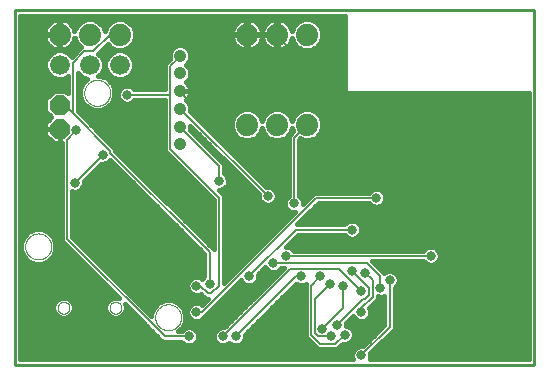
<source format=gbl>
G75*
%MOIN*%
%OFA0B0*%
%FSLAX25Y25*%
%IPPOS*%
%LPD*%
%AMOC8*
5,1,8,0,0,1.08239X$1,22.5*
%
%ADD10C,0.01000*%
%ADD11C,0.00000*%
%ADD12C,0.04134*%
%ADD13C,0.07400*%
%ADD14OC8,0.06600*%
%ADD15C,0.01600*%
%ADD16C,0.00800*%
%ADD17C,0.03200*%
%ADD18C,0.00600*%
%ADD19C,0.06600*%
D10*
X0001800Y0020396D02*
X0175028Y0020396D01*
X0175028Y0138506D01*
X0001800Y0138506D01*
X0001800Y0020396D01*
D11*
X0016170Y0039333D02*
X0016172Y0039421D01*
X0016178Y0039509D01*
X0016188Y0039597D01*
X0016202Y0039685D01*
X0016219Y0039771D01*
X0016241Y0039857D01*
X0016266Y0039941D01*
X0016296Y0040025D01*
X0016328Y0040107D01*
X0016365Y0040187D01*
X0016405Y0040266D01*
X0016449Y0040343D01*
X0016496Y0040418D01*
X0016546Y0040490D01*
X0016600Y0040561D01*
X0016656Y0040628D01*
X0016716Y0040694D01*
X0016778Y0040756D01*
X0016844Y0040816D01*
X0016911Y0040872D01*
X0016982Y0040926D01*
X0017054Y0040976D01*
X0017129Y0041023D01*
X0017206Y0041067D01*
X0017285Y0041107D01*
X0017365Y0041144D01*
X0017447Y0041176D01*
X0017531Y0041206D01*
X0017615Y0041231D01*
X0017701Y0041253D01*
X0017787Y0041270D01*
X0017875Y0041284D01*
X0017963Y0041294D01*
X0018051Y0041300D01*
X0018139Y0041302D01*
X0018227Y0041300D01*
X0018315Y0041294D01*
X0018403Y0041284D01*
X0018491Y0041270D01*
X0018577Y0041253D01*
X0018663Y0041231D01*
X0018747Y0041206D01*
X0018831Y0041176D01*
X0018913Y0041144D01*
X0018993Y0041107D01*
X0019072Y0041067D01*
X0019149Y0041023D01*
X0019224Y0040976D01*
X0019296Y0040926D01*
X0019367Y0040872D01*
X0019434Y0040816D01*
X0019500Y0040756D01*
X0019562Y0040694D01*
X0019622Y0040628D01*
X0019678Y0040561D01*
X0019732Y0040490D01*
X0019782Y0040418D01*
X0019829Y0040343D01*
X0019873Y0040266D01*
X0019913Y0040187D01*
X0019950Y0040107D01*
X0019982Y0040025D01*
X0020012Y0039941D01*
X0020037Y0039857D01*
X0020059Y0039771D01*
X0020076Y0039685D01*
X0020090Y0039597D01*
X0020100Y0039509D01*
X0020106Y0039421D01*
X0020108Y0039333D01*
X0020106Y0039245D01*
X0020100Y0039157D01*
X0020090Y0039069D01*
X0020076Y0038981D01*
X0020059Y0038895D01*
X0020037Y0038809D01*
X0020012Y0038725D01*
X0019982Y0038641D01*
X0019950Y0038559D01*
X0019913Y0038479D01*
X0019873Y0038400D01*
X0019829Y0038323D01*
X0019782Y0038248D01*
X0019732Y0038176D01*
X0019678Y0038105D01*
X0019622Y0038038D01*
X0019562Y0037972D01*
X0019500Y0037910D01*
X0019434Y0037850D01*
X0019367Y0037794D01*
X0019296Y0037740D01*
X0019224Y0037690D01*
X0019149Y0037643D01*
X0019072Y0037599D01*
X0018993Y0037559D01*
X0018913Y0037522D01*
X0018831Y0037490D01*
X0018747Y0037460D01*
X0018663Y0037435D01*
X0018577Y0037413D01*
X0018491Y0037396D01*
X0018403Y0037382D01*
X0018315Y0037372D01*
X0018227Y0037366D01*
X0018139Y0037364D01*
X0018051Y0037366D01*
X0017963Y0037372D01*
X0017875Y0037382D01*
X0017787Y0037396D01*
X0017701Y0037413D01*
X0017615Y0037435D01*
X0017531Y0037460D01*
X0017447Y0037490D01*
X0017365Y0037522D01*
X0017285Y0037559D01*
X0017206Y0037599D01*
X0017129Y0037643D01*
X0017054Y0037690D01*
X0016982Y0037740D01*
X0016911Y0037794D01*
X0016844Y0037850D01*
X0016778Y0037910D01*
X0016716Y0037972D01*
X0016656Y0038038D01*
X0016600Y0038105D01*
X0016546Y0038176D01*
X0016496Y0038248D01*
X0016449Y0038323D01*
X0016405Y0038400D01*
X0016365Y0038479D01*
X0016328Y0038559D01*
X0016296Y0038641D01*
X0016266Y0038725D01*
X0016241Y0038809D01*
X0016219Y0038895D01*
X0016202Y0038981D01*
X0016188Y0039069D01*
X0016178Y0039157D01*
X0016172Y0039245D01*
X0016170Y0039333D01*
X0033492Y0039333D02*
X0033494Y0039421D01*
X0033500Y0039509D01*
X0033510Y0039597D01*
X0033524Y0039685D01*
X0033541Y0039771D01*
X0033563Y0039857D01*
X0033588Y0039941D01*
X0033618Y0040025D01*
X0033650Y0040107D01*
X0033687Y0040187D01*
X0033727Y0040266D01*
X0033771Y0040343D01*
X0033818Y0040418D01*
X0033868Y0040490D01*
X0033922Y0040561D01*
X0033978Y0040628D01*
X0034038Y0040694D01*
X0034100Y0040756D01*
X0034166Y0040816D01*
X0034233Y0040872D01*
X0034304Y0040926D01*
X0034376Y0040976D01*
X0034451Y0041023D01*
X0034528Y0041067D01*
X0034607Y0041107D01*
X0034687Y0041144D01*
X0034769Y0041176D01*
X0034853Y0041206D01*
X0034937Y0041231D01*
X0035023Y0041253D01*
X0035109Y0041270D01*
X0035197Y0041284D01*
X0035285Y0041294D01*
X0035373Y0041300D01*
X0035461Y0041302D01*
X0035549Y0041300D01*
X0035637Y0041294D01*
X0035725Y0041284D01*
X0035813Y0041270D01*
X0035899Y0041253D01*
X0035985Y0041231D01*
X0036069Y0041206D01*
X0036153Y0041176D01*
X0036235Y0041144D01*
X0036315Y0041107D01*
X0036394Y0041067D01*
X0036471Y0041023D01*
X0036546Y0040976D01*
X0036618Y0040926D01*
X0036689Y0040872D01*
X0036756Y0040816D01*
X0036822Y0040756D01*
X0036884Y0040694D01*
X0036944Y0040628D01*
X0037000Y0040561D01*
X0037054Y0040490D01*
X0037104Y0040418D01*
X0037151Y0040343D01*
X0037195Y0040266D01*
X0037235Y0040187D01*
X0037272Y0040107D01*
X0037304Y0040025D01*
X0037334Y0039941D01*
X0037359Y0039857D01*
X0037381Y0039771D01*
X0037398Y0039685D01*
X0037412Y0039597D01*
X0037422Y0039509D01*
X0037428Y0039421D01*
X0037430Y0039333D01*
X0037428Y0039245D01*
X0037422Y0039157D01*
X0037412Y0039069D01*
X0037398Y0038981D01*
X0037381Y0038895D01*
X0037359Y0038809D01*
X0037334Y0038725D01*
X0037304Y0038641D01*
X0037272Y0038559D01*
X0037235Y0038479D01*
X0037195Y0038400D01*
X0037151Y0038323D01*
X0037104Y0038248D01*
X0037054Y0038176D01*
X0037000Y0038105D01*
X0036944Y0038038D01*
X0036884Y0037972D01*
X0036822Y0037910D01*
X0036756Y0037850D01*
X0036689Y0037794D01*
X0036618Y0037740D01*
X0036546Y0037690D01*
X0036471Y0037643D01*
X0036394Y0037599D01*
X0036315Y0037559D01*
X0036235Y0037522D01*
X0036153Y0037490D01*
X0036069Y0037460D01*
X0035985Y0037435D01*
X0035899Y0037413D01*
X0035813Y0037396D01*
X0035725Y0037382D01*
X0035637Y0037372D01*
X0035549Y0037366D01*
X0035461Y0037364D01*
X0035373Y0037366D01*
X0035285Y0037372D01*
X0035197Y0037382D01*
X0035109Y0037396D01*
X0035023Y0037413D01*
X0034937Y0037435D01*
X0034853Y0037460D01*
X0034769Y0037490D01*
X0034687Y0037522D01*
X0034607Y0037559D01*
X0034528Y0037599D01*
X0034451Y0037643D01*
X0034376Y0037690D01*
X0034304Y0037740D01*
X0034233Y0037794D01*
X0034166Y0037850D01*
X0034100Y0037910D01*
X0034038Y0037972D01*
X0033978Y0038038D01*
X0033922Y0038105D01*
X0033868Y0038176D01*
X0033818Y0038248D01*
X0033771Y0038323D01*
X0033727Y0038400D01*
X0033687Y0038479D01*
X0033650Y0038559D01*
X0033618Y0038641D01*
X0033588Y0038725D01*
X0033563Y0038809D01*
X0033541Y0038895D01*
X0033524Y0038981D01*
X0033510Y0039069D01*
X0033500Y0039157D01*
X0033494Y0039245D01*
X0033492Y0039333D01*
X0048650Y0036144D02*
X0048652Y0036275D01*
X0048658Y0036407D01*
X0048668Y0036538D01*
X0048682Y0036669D01*
X0048700Y0036799D01*
X0048722Y0036928D01*
X0048747Y0037057D01*
X0048777Y0037185D01*
X0048811Y0037312D01*
X0048848Y0037439D01*
X0048889Y0037563D01*
X0048934Y0037687D01*
X0048983Y0037809D01*
X0049035Y0037930D01*
X0049091Y0038048D01*
X0049151Y0038166D01*
X0049214Y0038281D01*
X0049281Y0038394D01*
X0049351Y0038506D01*
X0049424Y0038615D01*
X0049500Y0038721D01*
X0049580Y0038826D01*
X0049663Y0038928D01*
X0049749Y0039027D01*
X0049838Y0039124D01*
X0049930Y0039218D01*
X0050025Y0039309D01*
X0050122Y0039398D01*
X0050222Y0039483D01*
X0050325Y0039565D01*
X0050430Y0039644D01*
X0050537Y0039720D01*
X0050647Y0039792D01*
X0050759Y0039861D01*
X0050873Y0039927D01*
X0050988Y0039989D01*
X0051106Y0040048D01*
X0051225Y0040103D01*
X0051346Y0040155D01*
X0051469Y0040202D01*
X0051593Y0040246D01*
X0051718Y0040287D01*
X0051844Y0040323D01*
X0051972Y0040356D01*
X0052100Y0040384D01*
X0052229Y0040409D01*
X0052359Y0040430D01*
X0052489Y0040447D01*
X0052620Y0040460D01*
X0052751Y0040469D01*
X0052882Y0040474D01*
X0053014Y0040475D01*
X0053145Y0040472D01*
X0053277Y0040465D01*
X0053408Y0040454D01*
X0053538Y0040439D01*
X0053668Y0040420D01*
X0053798Y0040397D01*
X0053926Y0040371D01*
X0054054Y0040340D01*
X0054181Y0040305D01*
X0054307Y0040267D01*
X0054431Y0040225D01*
X0054555Y0040179D01*
X0054676Y0040129D01*
X0054796Y0040076D01*
X0054915Y0040019D01*
X0055032Y0039959D01*
X0055146Y0039895D01*
X0055259Y0039827D01*
X0055370Y0039756D01*
X0055479Y0039682D01*
X0055585Y0039605D01*
X0055689Y0039524D01*
X0055790Y0039441D01*
X0055889Y0039354D01*
X0055985Y0039264D01*
X0056078Y0039171D01*
X0056169Y0039076D01*
X0056256Y0038978D01*
X0056341Y0038877D01*
X0056422Y0038774D01*
X0056500Y0038668D01*
X0056575Y0038560D01*
X0056647Y0038450D01*
X0056715Y0038338D01*
X0056780Y0038224D01*
X0056841Y0038107D01*
X0056899Y0037989D01*
X0056953Y0037869D01*
X0057004Y0037748D01*
X0057051Y0037625D01*
X0057094Y0037501D01*
X0057133Y0037376D01*
X0057169Y0037249D01*
X0057200Y0037121D01*
X0057228Y0036993D01*
X0057252Y0036864D01*
X0057272Y0036734D01*
X0057288Y0036603D01*
X0057300Y0036472D01*
X0057308Y0036341D01*
X0057312Y0036210D01*
X0057312Y0036078D01*
X0057308Y0035947D01*
X0057300Y0035816D01*
X0057288Y0035685D01*
X0057272Y0035554D01*
X0057252Y0035424D01*
X0057228Y0035295D01*
X0057200Y0035167D01*
X0057169Y0035039D01*
X0057133Y0034912D01*
X0057094Y0034787D01*
X0057051Y0034663D01*
X0057004Y0034540D01*
X0056953Y0034419D01*
X0056899Y0034299D01*
X0056841Y0034181D01*
X0056780Y0034064D01*
X0056715Y0033950D01*
X0056647Y0033838D01*
X0056575Y0033728D01*
X0056500Y0033620D01*
X0056422Y0033514D01*
X0056341Y0033411D01*
X0056256Y0033310D01*
X0056169Y0033212D01*
X0056078Y0033117D01*
X0055985Y0033024D01*
X0055889Y0032934D01*
X0055790Y0032847D01*
X0055689Y0032764D01*
X0055585Y0032683D01*
X0055479Y0032606D01*
X0055370Y0032532D01*
X0055259Y0032461D01*
X0055147Y0032393D01*
X0055032Y0032329D01*
X0054915Y0032269D01*
X0054796Y0032212D01*
X0054676Y0032159D01*
X0054555Y0032109D01*
X0054431Y0032063D01*
X0054307Y0032021D01*
X0054181Y0031983D01*
X0054054Y0031948D01*
X0053926Y0031917D01*
X0053798Y0031891D01*
X0053668Y0031868D01*
X0053538Y0031849D01*
X0053408Y0031834D01*
X0053277Y0031823D01*
X0053145Y0031816D01*
X0053014Y0031813D01*
X0052882Y0031814D01*
X0052751Y0031819D01*
X0052620Y0031828D01*
X0052489Y0031841D01*
X0052359Y0031858D01*
X0052229Y0031879D01*
X0052100Y0031904D01*
X0051972Y0031932D01*
X0051844Y0031965D01*
X0051718Y0032001D01*
X0051593Y0032042D01*
X0051469Y0032086D01*
X0051346Y0032133D01*
X0051225Y0032185D01*
X0051106Y0032240D01*
X0050988Y0032299D01*
X0050873Y0032361D01*
X0050759Y0032427D01*
X0050647Y0032496D01*
X0050537Y0032568D01*
X0050430Y0032644D01*
X0050325Y0032723D01*
X0050222Y0032805D01*
X0050122Y0032890D01*
X0050025Y0032979D01*
X0049930Y0033070D01*
X0049838Y0033164D01*
X0049749Y0033261D01*
X0049663Y0033360D01*
X0049580Y0033462D01*
X0049500Y0033567D01*
X0049424Y0033673D01*
X0049351Y0033782D01*
X0049281Y0033894D01*
X0049214Y0034007D01*
X0049151Y0034122D01*
X0049091Y0034240D01*
X0049035Y0034358D01*
X0048983Y0034479D01*
X0048934Y0034601D01*
X0048889Y0034725D01*
X0048848Y0034849D01*
X0048811Y0034976D01*
X0048777Y0035103D01*
X0048747Y0035231D01*
X0048722Y0035360D01*
X0048700Y0035489D01*
X0048682Y0035619D01*
X0048668Y0035750D01*
X0048658Y0035881D01*
X0048652Y0036013D01*
X0048650Y0036144D01*
X0005343Y0059766D02*
X0005345Y0059897D01*
X0005351Y0060029D01*
X0005361Y0060160D01*
X0005375Y0060291D01*
X0005393Y0060421D01*
X0005415Y0060550D01*
X0005440Y0060679D01*
X0005470Y0060807D01*
X0005504Y0060934D01*
X0005541Y0061061D01*
X0005582Y0061185D01*
X0005627Y0061309D01*
X0005676Y0061431D01*
X0005728Y0061552D01*
X0005784Y0061670D01*
X0005844Y0061788D01*
X0005907Y0061903D01*
X0005974Y0062016D01*
X0006044Y0062128D01*
X0006117Y0062237D01*
X0006193Y0062343D01*
X0006273Y0062448D01*
X0006356Y0062550D01*
X0006442Y0062649D01*
X0006531Y0062746D01*
X0006623Y0062840D01*
X0006718Y0062931D01*
X0006815Y0063020D01*
X0006915Y0063105D01*
X0007018Y0063187D01*
X0007123Y0063266D01*
X0007230Y0063342D01*
X0007340Y0063414D01*
X0007452Y0063483D01*
X0007566Y0063549D01*
X0007681Y0063611D01*
X0007799Y0063670D01*
X0007918Y0063725D01*
X0008039Y0063777D01*
X0008162Y0063824D01*
X0008286Y0063868D01*
X0008411Y0063909D01*
X0008537Y0063945D01*
X0008665Y0063978D01*
X0008793Y0064006D01*
X0008922Y0064031D01*
X0009052Y0064052D01*
X0009182Y0064069D01*
X0009313Y0064082D01*
X0009444Y0064091D01*
X0009575Y0064096D01*
X0009707Y0064097D01*
X0009838Y0064094D01*
X0009970Y0064087D01*
X0010101Y0064076D01*
X0010231Y0064061D01*
X0010361Y0064042D01*
X0010491Y0064019D01*
X0010619Y0063993D01*
X0010747Y0063962D01*
X0010874Y0063927D01*
X0011000Y0063889D01*
X0011124Y0063847D01*
X0011248Y0063801D01*
X0011369Y0063751D01*
X0011489Y0063698D01*
X0011608Y0063641D01*
X0011725Y0063581D01*
X0011839Y0063517D01*
X0011952Y0063449D01*
X0012063Y0063378D01*
X0012172Y0063304D01*
X0012278Y0063227D01*
X0012382Y0063146D01*
X0012483Y0063063D01*
X0012582Y0062976D01*
X0012678Y0062886D01*
X0012771Y0062793D01*
X0012862Y0062698D01*
X0012949Y0062600D01*
X0013034Y0062499D01*
X0013115Y0062396D01*
X0013193Y0062290D01*
X0013268Y0062182D01*
X0013340Y0062072D01*
X0013408Y0061960D01*
X0013473Y0061846D01*
X0013534Y0061729D01*
X0013592Y0061611D01*
X0013646Y0061491D01*
X0013697Y0061370D01*
X0013744Y0061247D01*
X0013787Y0061123D01*
X0013826Y0060998D01*
X0013862Y0060871D01*
X0013893Y0060743D01*
X0013921Y0060615D01*
X0013945Y0060486D01*
X0013965Y0060356D01*
X0013981Y0060225D01*
X0013993Y0060094D01*
X0014001Y0059963D01*
X0014005Y0059832D01*
X0014005Y0059700D01*
X0014001Y0059569D01*
X0013993Y0059438D01*
X0013981Y0059307D01*
X0013965Y0059176D01*
X0013945Y0059046D01*
X0013921Y0058917D01*
X0013893Y0058789D01*
X0013862Y0058661D01*
X0013826Y0058534D01*
X0013787Y0058409D01*
X0013744Y0058285D01*
X0013697Y0058162D01*
X0013646Y0058041D01*
X0013592Y0057921D01*
X0013534Y0057803D01*
X0013473Y0057686D01*
X0013408Y0057572D01*
X0013340Y0057460D01*
X0013268Y0057350D01*
X0013193Y0057242D01*
X0013115Y0057136D01*
X0013034Y0057033D01*
X0012949Y0056932D01*
X0012862Y0056834D01*
X0012771Y0056739D01*
X0012678Y0056646D01*
X0012582Y0056556D01*
X0012483Y0056469D01*
X0012382Y0056386D01*
X0012278Y0056305D01*
X0012172Y0056228D01*
X0012063Y0056154D01*
X0011952Y0056083D01*
X0011840Y0056015D01*
X0011725Y0055951D01*
X0011608Y0055891D01*
X0011489Y0055834D01*
X0011369Y0055781D01*
X0011248Y0055731D01*
X0011124Y0055685D01*
X0011000Y0055643D01*
X0010874Y0055605D01*
X0010747Y0055570D01*
X0010619Y0055539D01*
X0010491Y0055513D01*
X0010361Y0055490D01*
X0010231Y0055471D01*
X0010101Y0055456D01*
X0009970Y0055445D01*
X0009838Y0055438D01*
X0009707Y0055435D01*
X0009575Y0055436D01*
X0009444Y0055441D01*
X0009313Y0055450D01*
X0009182Y0055463D01*
X0009052Y0055480D01*
X0008922Y0055501D01*
X0008793Y0055526D01*
X0008665Y0055554D01*
X0008537Y0055587D01*
X0008411Y0055623D01*
X0008286Y0055664D01*
X0008162Y0055708D01*
X0008039Y0055755D01*
X0007918Y0055807D01*
X0007799Y0055862D01*
X0007681Y0055921D01*
X0007566Y0055983D01*
X0007452Y0056049D01*
X0007340Y0056118D01*
X0007230Y0056190D01*
X0007123Y0056266D01*
X0007018Y0056345D01*
X0006915Y0056427D01*
X0006815Y0056512D01*
X0006718Y0056601D01*
X0006623Y0056692D01*
X0006531Y0056786D01*
X0006442Y0056883D01*
X0006356Y0056982D01*
X0006273Y0057084D01*
X0006193Y0057189D01*
X0006117Y0057295D01*
X0006044Y0057404D01*
X0005974Y0057516D01*
X0005907Y0057629D01*
X0005844Y0057744D01*
X0005784Y0057862D01*
X0005728Y0057980D01*
X0005676Y0058101D01*
X0005627Y0058223D01*
X0005582Y0058347D01*
X0005541Y0058471D01*
X0005504Y0058598D01*
X0005470Y0058725D01*
X0005440Y0058853D01*
X0005415Y0058982D01*
X0005393Y0059111D01*
X0005375Y0059241D01*
X0005361Y0059372D01*
X0005351Y0059503D01*
X0005345Y0059635D01*
X0005343Y0059766D01*
X0025028Y0110947D02*
X0025030Y0111078D01*
X0025036Y0111210D01*
X0025046Y0111341D01*
X0025060Y0111472D01*
X0025078Y0111602D01*
X0025100Y0111731D01*
X0025125Y0111860D01*
X0025155Y0111988D01*
X0025189Y0112115D01*
X0025226Y0112242D01*
X0025267Y0112366D01*
X0025312Y0112490D01*
X0025361Y0112612D01*
X0025413Y0112733D01*
X0025469Y0112851D01*
X0025529Y0112969D01*
X0025592Y0113084D01*
X0025659Y0113197D01*
X0025729Y0113309D01*
X0025802Y0113418D01*
X0025878Y0113524D01*
X0025958Y0113629D01*
X0026041Y0113731D01*
X0026127Y0113830D01*
X0026216Y0113927D01*
X0026308Y0114021D01*
X0026403Y0114112D01*
X0026500Y0114201D01*
X0026600Y0114286D01*
X0026703Y0114368D01*
X0026808Y0114447D01*
X0026915Y0114523D01*
X0027025Y0114595D01*
X0027137Y0114664D01*
X0027251Y0114730D01*
X0027366Y0114792D01*
X0027484Y0114851D01*
X0027603Y0114906D01*
X0027724Y0114958D01*
X0027847Y0115005D01*
X0027971Y0115049D01*
X0028096Y0115090D01*
X0028222Y0115126D01*
X0028350Y0115159D01*
X0028478Y0115187D01*
X0028607Y0115212D01*
X0028737Y0115233D01*
X0028867Y0115250D01*
X0028998Y0115263D01*
X0029129Y0115272D01*
X0029260Y0115277D01*
X0029392Y0115278D01*
X0029523Y0115275D01*
X0029655Y0115268D01*
X0029786Y0115257D01*
X0029916Y0115242D01*
X0030046Y0115223D01*
X0030176Y0115200D01*
X0030304Y0115174D01*
X0030432Y0115143D01*
X0030559Y0115108D01*
X0030685Y0115070D01*
X0030809Y0115028D01*
X0030933Y0114982D01*
X0031054Y0114932D01*
X0031174Y0114879D01*
X0031293Y0114822D01*
X0031410Y0114762D01*
X0031524Y0114698D01*
X0031637Y0114630D01*
X0031748Y0114559D01*
X0031857Y0114485D01*
X0031963Y0114408D01*
X0032067Y0114327D01*
X0032168Y0114244D01*
X0032267Y0114157D01*
X0032363Y0114067D01*
X0032456Y0113974D01*
X0032547Y0113879D01*
X0032634Y0113781D01*
X0032719Y0113680D01*
X0032800Y0113577D01*
X0032878Y0113471D01*
X0032953Y0113363D01*
X0033025Y0113253D01*
X0033093Y0113141D01*
X0033158Y0113027D01*
X0033219Y0112910D01*
X0033277Y0112792D01*
X0033331Y0112672D01*
X0033382Y0112551D01*
X0033429Y0112428D01*
X0033472Y0112304D01*
X0033511Y0112179D01*
X0033547Y0112052D01*
X0033578Y0111924D01*
X0033606Y0111796D01*
X0033630Y0111667D01*
X0033650Y0111537D01*
X0033666Y0111406D01*
X0033678Y0111275D01*
X0033686Y0111144D01*
X0033690Y0111013D01*
X0033690Y0110881D01*
X0033686Y0110750D01*
X0033678Y0110619D01*
X0033666Y0110488D01*
X0033650Y0110357D01*
X0033630Y0110227D01*
X0033606Y0110098D01*
X0033578Y0109970D01*
X0033547Y0109842D01*
X0033511Y0109715D01*
X0033472Y0109590D01*
X0033429Y0109466D01*
X0033382Y0109343D01*
X0033331Y0109222D01*
X0033277Y0109102D01*
X0033219Y0108984D01*
X0033158Y0108867D01*
X0033093Y0108753D01*
X0033025Y0108641D01*
X0032953Y0108531D01*
X0032878Y0108423D01*
X0032800Y0108317D01*
X0032719Y0108214D01*
X0032634Y0108113D01*
X0032547Y0108015D01*
X0032456Y0107920D01*
X0032363Y0107827D01*
X0032267Y0107737D01*
X0032168Y0107650D01*
X0032067Y0107567D01*
X0031963Y0107486D01*
X0031857Y0107409D01*
X0031748Y0107335D01*
X0031637Y0107264D01*
X0031525Y0107196D01*
X0031410Y0107132D01*
X0031293Y0107072D01*
X0031174Y0107015D01*
X0031054Y0106962D01*
X0030933Y0106912D01*
X0030809Y0106866D01*
X0030685Y0106824D01*
X0030559Y0106786D01*
X0030432Y0106751D01*
X0030304Y0106720D01*
X0030176Y0106694D01*
X0030046Y0106671D01*
X0029916Y0106652D01*
X0029786Y0106637D01*
X0029655Y0106626D01*
X0029523Y0106619D01*
X0029392Y0106616D01*
X0029260Y0106617D01*
X0029129Y0106622D01*
X0028998Y0106631D01*
X0028867Y0106644D01*
X0028737Y0106661D01*
X0028607Y0106682D01*
X0028478Y0106707D01*
X0028350Y0106735D01*
X0028222Y0106768D01*
X0028096Y0106804D01*
X0027971Y0106845D01*
X0027847Y0106889D01*
X0027724Y0106936D01*
X0027603Y0106988D01*
X0027484Y0107043D01*
X0027366Y0107102D01*
X0027251Y0107164D01*
X0027137Y0107230D01*
X0027025Y0107299D01*
X0026915Y0107371D01*
X0026808Y0107447D01*
X0026703Y0107526D01*
X0026600Y0107608D01*
X0026500Y0107693D01*
X0026403Y0107782D01*
X0026308Y0107873D01*
X0026216Y0107967D01*
X0026127Y0108064D01*
X0026041Y0108163D01*
X0025958Y0108265D01*
X0025878Y0108370D01*
X0025802Y0108476D01*
X0025729Y0108585D01*
X0025659Y0108697D01*
X0025592Y0108810D01*
X0025529Y0108925D01*
X0025469Y0109043D01*
X0025413Y0109161D01*
X0025361Y0109282D01*
X0025312Y0109404D01*
X0025267Y0109528D01*
X0025226Y0109652D01*
X0025189Y0109779D01*
X0025155Y0109906D01*
X0025125Y0110034D01*
X0025100Y0110163D01*
X0025078Y0110292D01*
X0025060Y0110422D01*
X0025046Y0110553D01*
X0025036Y0110684D01*
X0025030Y0110816D01*
X0025028Y0110947D01*
D12*
X0056918Y0111518D03*
X0056918Y0105613D03*
X0056918Y0099707D03*
X0056918Y0093802D03*
X0056918Y0117424D03*
X0056918Y0123329D03*
D13*
X0036800Y0130396D03*
X0026800Y0130396D03*
X0016800Y0130396D03*
X0079300Y0130396D03*
X0089300Y0130396D03*
X0099300Y0130396D03*
X0099300Y0100396D03*
X0089300Y0100396D03*
X0079300Y0100396D03*
D14*
X0016800Y0098959D03*
X0016800Y0106833D03*
D15*
X0013233Y0109913D02*
X0003700Y0109913D01*
X0003700Y0111511D02*
X0014831Y0111511D01*
X0014853Y0111533D02*
X0012100Y0108780D01*
X0012100Y0104886D01*
X0014090Y0102896D01*
X0012100Y0100906D01*
X0012100Y0098959D01*
X0012100Y0097012D01*
X0014853Y0094259D01*
X0016800Y0094259D01*
X0017600Y0094259D01*
X0017600Y0061567D01*
X0018596Y0060571D01*
X0036701Y0042465D01*
X0036131Y0042702D01*
X0034791Y0042702D01*
X0033553Y0042189D01*
X0032606Y0041241D01*
X0032093Y0040003D01*
X0032093Y0038663D01*
X0032606Y0037425D01*
X0033553Y0036477D01*
X0034791Y0035965D01*
X0036131Y0035965D01*
X0037370Y0036477D01*
X0038317Y0037425D01*
X0038830Y0038663D01*
X0038830Y0040003D01*
X0038594Y0040573D01*
X0051096Y0028071D01*
X0057382Y0028071D01*
X0058226Y0027228D01*
X0059328Y0026771D01*
X0060522Y0026771D01*
X0061624Y0027228D01*
X0062468Y0028072D01*
X0062925Y0029174D01*
X0062925Y0030368D01*
X0062468Y0031470D01*
X0061624Y0032314D01*
X0060522Y0032771D01*
X0059328Y0032771D01*
X0058226Y0032314D01*
X0057382Y0031471D01*
X0056412Y0031471D01*
X0057839Y0032898D01*
X0058712Y0035004D01*
X0058712Y0037284D01*
X0057839Y0039390D01*
X0056227Y0041002D01*
X0054121Y0041875D01*
X0051841Y0041875D01*
X0049735Y0041002D01*
X0048123Y0039390D01*
X0047250Y0037284D01*
X0047250Y0036725D01*
X0021000Y0062975D01*
X0021000Y0078105D01*
X0021203Y0078021D01*
X0022397Y0078021D01*
X0023499Y0078478D01*
X0024343Y0079322D01*
X0024800Y0080424D01*
X0024800Y0081617D01*
X0030579Y0087396D01*
X0031772Y0087396D01*
X0032874Y0087853D01*
X0033657Y0088635D01*
X0065100Y0057192D01*
X0065100Y0049814D01*
X0064300Y0049014D01*
X0064124Y0049189D01*
X0063022Y0049646D01*
X0061828Y0049646D01*
X0060726Y0049189D01*
X0059882Y0048345D01*
X0059425Y0047243D01*
X0059425Y0046049D01*
X0059882Y0044947D01*
X0060726Y0044103D01*
X0061828Y0043646D01*
X0063022Y0043646D01*
X0063805Y0043970D01*
X0064375Y0043400D01*
X0065429Y0042346D01*
X0066346Y0042346D01*
X0064282Y0040282D01*
X0064124Y0040439D01*
X0063022Y0040896D01*
X0061828Y0040896D01*
X0060726Y0040439D01*
X0059882Y0039595D01*
X0059425Y0038493D01*
X0059425Y0037299D01*
X0059882Y0036197D01*
X0060726Y0035353D01*
X0061828Y0034896D01*
X0063022Y0034896D01*
X0064124Y0035353D01*
X0064968Y0036196D01*
X0065004Y0036196D01*
X0077235Y0048427D01*
X0077382Y0048072D01*
X0078226Y0047228D01*
X0079328Y0046771D01*
X0080522Y0046771D01*
X0081624Y0047228D01*
X0082468Y0048072D01*
X0082925Y0049174D01*
X0082925Y0050367D01*
X0085360Y0052802D01*
X0085507Y0052447D01*
X0086351Y0051603D01*
X0087453Y0051146D01*
X0088647Y0051146D01*
X0089749Y0051603D01*
X0090593Y0052446D01*
X0091446Y0052446D01*
X0071771Y0032771D01*
X0070578Y0032771D01*
X0069476Y0032314D01*
X0068632Y0031470D01*
X0068175Y0030368D01*
X0068175Y0029174D01*
X0068632Y0028072D01*
X0069476Y0027228D01*
X0070578Y0026771D01*
X0071772Y0026771D01*
X0072874Y0027228D01*
X0073362Y0027716D01*
X0073851Y0027228D01*
X0074953Y0026771D01*
X0076147Y0026771D01*
X0077249Y0027228D01*
X0078093Y0028072D01*
X0078550Y0029174D01*
X0078550Y0030367D01*
X0095568Y0047385D01*
X0095726Y0047228D01*
X0096828Y0046771D01*
X0098022Y0046771D01*
X0098850Y0047114D01*
X0098850Y0029692D01*
X0099846Y0028696D01*
X0102971Y0025571D01*
X0109379Y0025571D01*
X0110375Y0026567D01*
X0111204Y0027396D01*
X0112397Y0027396D01*
X0113499Y0027853D01*
X0114343Y0028697D01*
X0114800Y0029799D01*
X0114800Y0030993D01*
X0114343Y0032095D01*
X0113499Y0032939D01*
X0112397Y0033396D01*
X0112300Y0033396D01*
X0112300Y0034117D01*
X0114735Y0036552D01*
X0114882Y0036197D01*
X0115726Y0035353D01*
X0116828Y0034896D01*
X0118022Y0034896D01*
X0119124Y0035353D01*
X0119968Y0036197D01*
X0120425Y0037299D01*
X0120425Y0038493D01*
X0120059Y0039376D01*
X0121879Y0041196D01*
X0122875Y0042192D01*
X0122875Y0043105D01*
X0123078Y0043021D01*
X0124272Y0043021D01*
X0125100Y0043364D01*
X0125100Y0033600D01*
X0118021Y0026521D01*
X0116828Y0026521D01*
X0115726Y0026064D01*
X0114882Y0025220D01*
X0114425Y0024118D01*
X0114425Y0022924D01*
X0114685Y0022296D01*
X0003700Y0022296D01*
X0003700Y0136606D01*
X0112036Y0136606D01*
X0112036Y0110947D01*
X0173128Y0110947D01*
X0173128Y0022296D01*
X0120165Y0022296D01*
X0120425Y0022924D01*
X0120425Y0024117D01*
X0128500Y0032192D01*
X0128500Y0045978D01*
X0129343Y0046822D01*
X0129800Y0047924D01*
X0129800Y0049118D01*
X0129343Y0050220D01*
X0128499Y0051064D01*
X0127397Y0051521D01*
X0126203Y0051521D01*
X0125101Y0051064D01*
X0124943Y0050907D01*
X0124379Y0051471D01*
X0120904Y0054946D01*
X0138007Y0054946D01*
X0138851Y0054103D01*
X0139953Y0053646D01*
X0141147Y0053646D01*
X0142249Y0054103D01*
X0143093Y0054947D01*
X0143550Y0056049D01*
X0143550Y0057243D01*
X0143093Y0058345D01*
X0142249Y0059189D01*
X0141147Y0059646D01*
X0139953Y0059646D01*
X0138851Y0059189D01*
X0138007Y0058346D01*
X0094968Y0058346D01*
X0094124Y0059189D01*
X0093022Y0059646D01*
X0092204Y0059646D01*
X0096254Y0063696D01*
X0111757Y0063696D01*
X0112601Y0062853D01*
X0113703Y0062396D01*
X0114897Y0062396D01*
X0115999Y0062853D01*
X0116843Y0063697D01*
X0117300Y0064799D01*
X0117300Y0065993D01*
X0116843Y0067095D01*
X0115999Y0067939D01*
X0114897Y0068396D01*
X0113703Y0068396D01*
X0112601Y0067939D01*
X0111757Y0067096D01*
X0095904Y0067096D01*
X0103129Y0074321D01*
X0119882Y0074321D01*
X0120726Y0073478D01*
X0121828Y0073021D01*
X0123022Y0073021D01*
X0124124Y0073478D01*
X0124968Y0074322D01*
X0125425Y0075424D01*
X0125425Y0076618D01*
X0124968Y0077720D01*
X0124124Y0078564D01*
X0123022Y0079021D01*
X0121828Y0079021D01*
X0120726Y0078564D01*
X0119882Y0077721D01*
X0101721Y0077721D01*
X0100725Y0076725D01*
X0097925Y0073925D01*
X0097925Y0074743D01*
X0097468Y0075845D01*
X0096625Y0076689D01*
X0096625Y0095317D01*
X0097097Y0095789D01*
X0098286Y0095296D01*
X0100314Y0095296D01*
X0102189Y0096072D01*
X0103624Y0097507D01*
X0104400Y0099382D01*
X0104400Y0101411D01*
X0103624Y0103285D01*
X0102189Y0104720D01*
X0100314Y0105496D01*
X0098286Y0105496D01*
X0096411Y0104720D01*
X0094976Y0103285D01*
X0094300Y0101652D01*
X0093624Y0103285D01*
X0092189Y0104720D01*
X0090314Y0105496D01*
X0088286Y0105496D01*
X0086411Y0104720D01*
X0084976Y0103285D01*
X0084300Y0101652D01*
X0083624Y0103285D01*
X0082189Y0104720D01*
X0080314Y0105496D01*
X0078286Y0105496D01*
X0076411Y0104720D01*
X0074976Y0103285D01*
X0074200Y0101411D01*
X0074200Y0099382D01*
X0074976Y0097507D01*
X0076411Y0096072D01*
X0078286Y0095296D01*
X0080314Y0095296D01*
X0082189Y0096072D01*
X0083624Y0097507D01*
X0084300Y0099140D01*
X0084976Y0097507D01*
X0086411Y0096072D01*
X0088286Y0095296D01*
X0090314Y0095296D01*
X0092189Y0096072D01*
X0093624Y0097507D01*
X0094300Y0099140D01*
X0094692Y0098193D01*
X0093225Y0096725D01*
X0093225Y0076689D01*
X0092382Y0075845D01*
X0091925Y0074743D01*
X0091925Y0073549D01*
X0092382Y0072447D01*
X0093226Y0071603D01*
X0094328Y0071146D01*
X0095146Y0071146D01*
X0071725Y0047725D01*
X0071725Y0076767D01*
X0069846Y0078646D01*
X0070522Y0078646D01*
X0071624Y0079103D01*
X0072468Y0079947D01*
X0072925Y0081049D01*
X0072925Y0082243D01*
X0072468Y0083345D01*
X0071625Y0084189D01*
X0071625Y0087350D01*
X0060260Y0098715D01*
X0060385Y0099017D01*
X0060385Y0100032D01*
X0083175Y0077242D01*
X0083175Y0076049D01*
X0083632Y0074947D01*
X0084476Y0074103D01*
X0085578Y0073646D01*
X0086772Y0073646D01*
X0087874Y0074103D01*
X0088718Y0074947D01*
X0089175Y0076049D01*
X0089175Y0077243D01*
X0088718Y0078345D01*
X0087874Y0079189D01*
X0086772Y0079646D01*
X0085579Y0079646D01*
X0060361Y0104864D01*
X0060385Y0104923D01*
X0060385Y0106302D01*
X0059857Y0107576D01*
X0058882Y0108552D01*
X0058781Y0108593D01*
X0059128Y0108825D01*
X0059611Y0109308D01*
X0059990Y0109876D01*
X0060252Y0110507D01*
X0060385Y0111177D01*
X0060385Y0111518D01*
X0056918Y0111518D01*
X0056918Y0111518D01*
X0060385Y0111518D01*
X0060385Y0111860D01*
X0060252Y0112529D01*
X0059990Y0113160D01*
X0059611Y0113728D01*
X0059128Y0114211D01*
X0058781Y0114443D01*
X0058882Y0114484D01*
X0059857Y0115460D01*
X0060385Y0116734D01*
X0060385Y0118113D01*
X0059857Y0119387D01*
X0058882Y0120363D01*
X0058849Y0120376D01*
X0058882Y0120390D01*
X0059857Y0121365D01*
X0060385Y0122640D01*
X0060385Y0124019D01*
X0059857Y0125293D01*
X0058882Y0126268D01*
X0057608Y0126796D01*
X0056228Y0126796D01*
X0054954Y0126268D01*
X0053979Y0125293D01*
X0053451Y0124019D01*
X0053451Y0122640D01*
X0053611Y0122253D01*
X0051875Y0120517D01*
X0051875Y0112196D01*
X0041743Y0112196D01*
X0040999Y0112939D01*
X0039897Y0113396D01*
X0038703Y0113396D01*
X0037601Y0112939D01*
X0036757Y0112095D01*
X0036300Y0110993D01*
X0036300Y0109799D01*
X0036757Y0108697D01*
X0037601Y0107853D01*
X0038703Y0107396D01*
X0039897Y0107396D01*
X0040999Y0107853D01*
X0041743Y0108596D01*
X0051875Y0108596D01*
X0051875Y0091525D01*
X0052929Y0090471D01*
X0068125Y0075275D01*
X0068125Y0058975D01*
X0035375Y0091725D01*
X0035375Y0092350D01*
X0022875Y0104850D01*
X0022875Y0117674D01*
X0024138Y0116412D01*
X0025865Y0115696D01*
X0026003Y0115696D01*
X0024501Y0114193D01*
X0023628Y0112087D01*
X0023628Y0109807D01*
X0024501Y0107701D01*
X0026113Y0106089D01*
X0028219Y0105217D01*
X0030499Y0105217D01*
X0032605Y0106089D01*
X0034217Y0107701D01*
X0035090Y0109807D01*
X0035090Y0112087D01*
X0034217Y0114193D01*
X0032605Y0115805D01*
X0030499Y0116678D01*
X0029729Y0116678D01*
X0030784Y0117734D01*
X0031500Y0119461D01*
X0031500Y0121331D01*
X0030784Y0123058D01*
X0029763Y0124080D01*
X0032833Y0127150D01*
X0033911Y0126072D01*
X0035786Y0125296D01*
X0037814Y0125296D01*
X0039689Y0126072D01*
X0041124Y0127507D01*
X0041900Y0129382D01*
X0041900Y0131411D01*
X0041124Y0133285D01*
X0039689Y0134720D01*
X0037814Y0135496D01*
X0035786Y0135496D01*
X0033911Y0134720D01*
X0032476Y0133285D01*
X0031800Y0131652D01*
X0031124Y0133285D01*
X0029689Y0134720D01*
X0027814Y0135496D01*
X0025786Y0135496D01*
X0023911Y0134720D01*
X0022476Y0133285D01*
X0021774Y0131590D01*
X0021774Y0131590D01*
X0021526Y0132354D01*
X0021162Y0133069D01*
X0020690Y0133718D01*
X0020122Y0134286D01*
X0019473Y0134758D01*
X0018758Y0135122D01*
X0017994Y0135370D01*
X0017201Y0135496D01*
X0017000Y0135496D01*
X0017000Y0130596D01*
X0016600Y0130596D01*
X0016600Y0130196D01*
X0017000Y0130196D01*
X0017000Y0125296D01*
X0017201Y0125296D01*
X0017994Y0125422D01*
X0018758Y0125670D01*
X0019473Y0126034D01*
X0020122Y0126506D01*
X0020690Y0127074D01*
X0021162Y0127723D01*
X0021526Y0128438D01*
X0021774Y0129202D01*
X0022476Y0127507D01*
X0023867Y0126117D01*
X0020791Y0123042D01*
X0020784Y0123058D01*
X0019462Y0124381D01*
X0017735Y0125096D01*
X0015865Y0125096D01*
X0014138Y0124381D01*
X0012816Y0123058D01*
X0012100Y0121331D01*
X0012100Y0119461D01*
X0012816Y0117734D01*
X0014138Y0116412D01*
X0015865Y0115696D01*
X0017735Y0115696D01*
X0019462Y0116412D01*
X0019475Y0116424D01*
X0019475Y0110805D01*
X0018747Y0111533D01*
X0014853Y0111533D01*
X0018769Y0111511D02*
X0019475Y0111511D01*
X0019475Y0113110D02*
X0003700Y0113110D01*
X0003700Y0114708D02*
X0019475Y0114708D01*
X0019475Y0116307D02*
X0019209Y0116307D01*
X0022875Y0116307D02*
X0024391Y0116307D01*
X0025016Y0114708D02*
X0022875Y0114708D01*
X0022875Y0113110D02*
X0024052Y0113110D01*
X0023628Y0111511D02*
X0022875Y0111511D01*
X0022875Y0109913D02*
X0023628Y0109913D01*
X0024247Y0108314D02*
X0022875Y0108314D01*
X0022875Y0106716D02*
X0025486Y0106716D01*
X0022875Y0105117D02*
X0051875Y0105117D01*
X0051875Y0103519D02*
X0024207Y0103519D01*
X0025805Y0101920D02*
X0051875Y0101920D01*
X0051875Y0100322D02*
X0027404Y0100322D01*
X0029002Y0098723D02*
X0051875Y0098723D01*
X0051875Y0097125D02*
X0030601Y0097125D01*
X0032199Y0095526D02*
X0051875Y0095526D01*
X0051875Y0093928D02*
X0033798Y0093928D01*
X0035375Y0092329D02*
X0051875Y0092329D01*
X0052670Y0090731D02*
X0036370Y0090731D01*
X0037968Y0089132D02*
X0054268Y0089132D01*
X0055867Y0087534D02*
X0039567Y0087534D01*
X0041165Y0085935D02*
X0057465Y0085935D01*
X0059064Y0084337D02*
X0042764Y0084337D01*
X0044362Y0082738D02*
X0060662Y0082738D01*
X0062261Y0081139D02*
X0045961Y0081139D01*
X0047559Y0079541D02*
X0063859Y0079541D01*
X0065458Y0077942D02*
X0049158Y0077942D01*
X0050756Y0076344D02*
X0067057Y0076344D01*
X0068125Y0074745D02*
X0052355Y0074745D01*
X0053953Y0073147D02*
X0068125Y0073147D01*
X0068125Y0071548D02*
X0055552Y0071548D01*
X0057150Y0069950D02*
X0068125Y0069950D01*
X0068125Y0068351D02*
X0058749Y0068351D01*
X0060347Y0066753D02*
X0068125Y0066753D01*
X0068125Y0065154D02*
X0061946Y0065154D01*
X0063544Y0063556D02*
X0068125Y0063556D01*
X0068125Y0061957D02*
X0065143Y0061957D01*
X0066741Y0060359D02*
X0068125Y0060359D01*
X0071725Y0060359D02*
X0084359Y0060359D01*
X0085957Y0061957D02*
X0071725Y0061957D01*
X0071725Y0063556D02*
X0087556Y0063556D01*
X0089154Y0065154D02*
X0071725Y0065154D01*
X0071725Y0066753D02*
X0090753Y0066753D01*
X0092351Y0068351D02*
X0071725Y0068351D01*
X0071725Y0069950D02*
X0093950Y0069950D01*
X0093357Y0071548D02*
X0071725Y0071548D01*
X0071725Y0073147D02*
X0092092Y0073147D01*
X0091926Y0074745D02*
X0088517Y0074745D01*
X0089175Y0076344D02*
X0092880Y0076344D01*
X0093225Y0077942D02*
X0088885Y0077942D01*
X0087025Y0079541D02*
X0093225Y0079541D01*
X0093225Y0081139D02*
X0084086Y0081139D01*
X0082487Y0082738D02*
X0093225Y0082738D01*
X0093225Y0084337D02*
X0080889Y0084337D01*
X0079290Y0085935D02*
X0093225Y0085935D01*
X0093225Y0087534D02*
X0077692Y0087534D01*
X0076093Y0089132D02*
X0093225Y0089132D01*
X0093225Y0090731D02*
X0074495Y0090731D01*
X0072896Y0092329D02*
X0093225Y0092329D01*
X0093225Y0093928D02*
X0071298Y0093928D01*
X0069699Y0095526D02*
X0077730Y0095526D01*
X0075359Y0097125D02*
X0068101Y0097125D01*
X0066502Y0098723D02*
X0074473Y0098723D01*
X0074200Y0100322D02*
X0064904Y0100322D01*
X0063305Y0101920D02*
X0074411Y0101920D01*
X0075210Y0103519D02*
X0061707Y0103519D01*
X0060385Y0105117D02*
X0077371Y0105117D01*
X0081229Y0105117D02*
X0087371Y0105117D01*
X0085210Y0103519D02*
X0083390Y0103519D01*
X0084189Y0101920D02*
X0084411Y0101920D01*
X0084473Y0098723D02*
X0084127Y0098723D01*
X0083241Y0097125D02*
X0085359Y0097125D01*
X0087730Y0095526D02*
X0080870Y0095526D01*
X0071285Y0089132D02*
X0069843Y0089132D01*
X0069686Y0090731D02*
X0068245Y0090731D01*
X0068088Y0092329D02*
X0066646Y0092329D01*
X0066489Y0093928D02*
X0065048Y0093928D01*
X0064891Y0095526D02*
X0063449Y0095526D01*
X0063292Y0097125D02*
X0061851Y0097125D01*
X0061694Y0098723D02*
X0060263Y0098723D01*
X0060214Y0106716D02*
X0173128Y0106716D01*
X0173128Y0108314D02*
X0059119Y0108314D01*
X0060006Y0109913D02*
X0173128Y0109913D01*
X0173128Y0105117D02*
X0101229Y0105117D01*
X0103390Y0103519D02*
X0173128Y0103519D01*
X0173128Y0101920D02*
X0104189Y0101920D01*
X0104400Y0100322D02*
X0173128Y0100322D01*
X0173128Y0098723D02*
X0104127Y0098723D01*
X0103241Y0097125D02*
X0173128Y0097125D01*
X0173128Y0095526D02*
X0100870Y0095526D01*
X0097730Y0095526D02*
X0096834Y0095526D01*
X0096625Y0093928D02*
X0173128Y0093928D01*
X0173128Y0092329D02*
X0096625Y0092329D01*
X0096625Y0090731D02*
X0173128Y0090731D01*
X0173128Y0089132D02*
X0096625Y0089132D01*
X0096625Y0087534D02*
X0173128Y0087534D01*
X0173128Y0085935D02*
X0096625Y0085935D01*
X0096625Y0084337D02*
X0173128Y0084337D01*
X0173128Y0082738D02*
X0096625Y0082738D01*
X0096625Y0081139D02*
X0173128Y0081139D01*
X0173128Y0079541D02*
X0096625Y0079541D01*
X0096625Y0077942D02*
X0120104Y0077942D01*
X0124746Y0077942D02*
X0173128Y0077942D01*
X0173128Y0076344D02*
X0125425Y0076344D01*
X0125144Y0074745D02*
X0173128Y0074745D01*
X0173128Y0073147D02*
X0123326Y0073147D01*
X0121524Y0073147D02*
X0101955Y0073147D01*
X0100357Y0071548D02*
X0173128Y0071548D01*
X0173128Y0069950D02*
X0098758Y0069950D01*
X0097159Y0068351D02*
X0113595Y0068351D01*
X0115005Y0068351D02*
X0173128Y0068351D01*
X0173128Y0066753D02*
X0116985Y0066753D01*
X0117300Y0065154D02*
X0173128Y0065154D01*
X0173128Y0063556D02*
X0116702Y0063556D01*
X0111898Y0063556D02*
X0096114Y0063556D01*
X0094515Y0061957D02*
X0173128Y0061957D01*
X0173128Y0060359D02*
X0092917Y0060359D01*
X0094553Y0058760D02*
X0138422Y0058760D01*
X0142678Y0058760D02*
X0173128Y0058760D01*
X0173128Y0057162D02*
X0143550Y0057162D01*
X0143349Y0055563D02*
X0173128Y0055563D01*
X0173128Y0053965D02*
X0141916Y0053965D01*
X0139184Y0053965D02*
X0121885Y0053965D01*
X0123484Y0052366D02*
X0173128Y0052366D01*
X0173128Y0050768D02*
X0128796Y0050768D01*
X0129779Y0049169D02*
X0173128Y0049169D01*
X0173128Y0047571D02*
X0129654Y0047571D01*
X0128500Y0045972D02*
X0173128Y0045972D01*
X0173128Y0044374D02*
X0128500Y0044374D01*
X0128500Y0042775D02*
X0173128Y0042775D01*
X0173128Y0041177D02*
X0128500Y0041177D01*
X0128500Y0039578D02*
X0173128Y0039578D01*
X0173128Y0037980D02*
X0128500Y0037980D01*
X0128500Y0036381D02*
X0173128Y0036381D01*
X0173128Y0034783D02*
X0128500Y0034783D01*
X0128500Y0033184D02*
X0173128Y0033184D01*
X0173128Y0031586D02*
X0127894Y0031586D01*
X0126295Y0029987D02*
X0173128Y0029987D01*
X0173128Y0028389D02*
X0124697Y0028389D01*
X0123098Y0026790D02*
X0173128Y0026790D01*
X0173128Y0025192D02*
X0121500Y0025192D01*
X0120425Y0023593D02*
X0173128Y0023593D01*
X0125100Y0034783D02*
X0112966Y0034783D01*
X0112908Y0033184D02*
X0124684Y0033184D01*
X0123085Y0031586D02*
X0114554Y0031586D01*
X0114800Y0029987D02*
X0121487Y0029987D01*
X0119888Y0028389D02*
X0114035Y0028389D01*
X0110598Y0026790D02*
X0118290Y0026790D01*
X0114870Y0025192D02*
X0003700Y0025192D01*
X0003700Y0023593D02*
X0114425Y0023593D01*
X0101752Y0026790D02*
X0076193Y0026790D01*
X0074907Y0026790D02*
X0071818Y0026790D01*
X0070532Y0026790D02*
X0060568Y0026790D01*
X0059282Y0026790D02*
X0003700Y0026790D01*
X0003700Y0028389D02*
X0050778Y0028389D01*
X0049180Y0029987D02*
X0003700Y0029987D01*
X0003700Y0031586D02*
X0047581Y0031586D01*
X0045983Y0033184D02*
X0003700Y0033184D01*
X0003700Y0034783D02*
X0044384Y0034783D01*
X0042786Y0036381D02*
X0037137Y0036381D01*
X0033786Y0036381D02*
X0019814Y0036381D01*
X0020047Y0036477D02*
X0020994Y0037425D01*
X0021507Y0038663D01*
X0021507Y0040003D01*
X0020994Y0041241D01*
X0020047Y0042189D01*
X0018809Y0042702D01*
X0017469Y0042702D01*
X0016230Y0042189D01*
X0015283Y0041241D01*
X0014770Y0040003D01*
X0014770Y0038663D01*
X0015283Y0037425D01*
X0016230Y0036477D01*
X0017469Y0035965D01*
X0018809Y0035965D01*
X0020047Y0036477D01*
X0021224Y0037980D02*
X0032376Y0037980D01*
X0032093Y0039578D02*
X0021507Y0039578D01*
X0021021Y0041177D02*
X0032579Y0041177D01*
X0034793Y0044374D02*
X0003700Y0044374D01*
X0003700Y0045972D02*
X0033195Y0045972D01*
X0031596Y0047571D02*
X0003700Y0047571D01*
X0003700Y0049169D02*
X0029998Y0049169D01*
X0028399Y0050768D02*
X0003700Y0050768D01*
X0003700Y0052366D02*
X0026801Y0052366D01*
X0025202Y0053965D02*
X0003700Y0053965D01*
X0003700Y0055563D02*
X0005772Y0055563D01*
X0006428Y0054908D02*
X0008534Y0054035D01*
X0010814Y0054035D01*
X0012920Y0054908D01*
X0014532Y0056520D01*
X0015405Y0058626D01*
X0015405Y0060906D01*
X0014532Y0063012D01*
X0012920Y0064624D01*
X0010814Y0065497D01*
X0008534Y0065497D01*
X0006428Y0064624D01*
X0004816Y0063012D01*
X0003943Y0060906D01*
X0003943Y0058626D01*
X0004816Y0056520D01*
X0006428Y0054908D01*
X0004550Y0057162D02*
X0003700Y0057162D01*
X0003700Y0058760D02*
X0003943Y0058760D01*
X0003943Y0060359D02*
X0003700Y0060359D01*
X0003700Y0061957D02*
X0004379Y0061957D01*
X0003700Y0063556D02*
X0005359Y0063556D01*
X0003700Y0065154D02*
X0007707Y0065154D01*
X0011641Y0065154D02*
X0017600Y0065154D01*
X0017600Y0063556D02*
X0013989Y0063556D01*
X0014969Y0061957D02*
X0017600Y0061957D01*
X0018596Y0060571D02*
X0018596Y0060571D01*
X0018808Y0060359D02*
X0015405Y0060359D01*
X0015405Y0058760D02*
X0020407Y0058760D01*
X0022005Y0057162D02*
X0014798Y0057162D01*
X0013576Y0055563D02*
X0023604Y0055563D01*
X0025215Y0058760D02*
X0063532Y0058760D01*
X0065100Y0057162D02*
X0026813Y0057162D01*
X0028412Y0055563D02*
X0065100Y0055563D01*
X0065100Y0053965D02*
X0030010Y0053965D01*
X0031609Y0052366D02*
X0065100Y0052366D01*
X0065100Y0050768D02*
X0033207Y0050768D01*
X0034806Y0049169D02*
X0060706Y0049169D01*
X0059561Y0047571D02*
X0036404Y0047571D01*
X0038003Y0045972D02*
X0059457Y0045972D01*
X0060455Y0044374D02*
X0039601Y0044374D01*
X0041200Y0042775D02*
X0065000Y0042775D01*
X0065177Y0041177D02*
X0055806Y0041177D01*
X0057651Y0039578D02*
X0059875Y0039578D01*
X0059425Y0037980D02*
X0058424Y0037980D01*
X0058712Y0036381D02*
X0059805Y0036381D01*
X0058620Y0034783D02*
X0073782Y0034783D01*
X0072184Y0033184D02*
X0057958Y0033184D01*
X0057497Y0031586D02*
X0056527Y0031586D01*
X0062353Y0031586D02*
X0068747Y0031586D01*
X0068175Y0029987D02*
X0062925Y0029987D01*
X0062600Y0028389D02*
X0068500Y0028389D01*
X0065189Y0036381D02*
X0075381Y0036381D01*
X0076979Y0037980D02*
X0066788Y0037980D01*
X0068386Y0039578D02*
X0078578Y0039578D01*
X0080177Y0041177D02*
X0069985Y0041177D01*
X0071583Y0042775D02*
X0081775Y0042775D01*
X0083374Y0044374D02*
X0073182Y0044374D01*
X0074780Y0045972D02*
X0084972Y0045972D01*
X0086571Y0047571D02*
X0081967Y0047571D01*
X0082923Y0049169D02*
X0088169Y0049169D01*
X0089768Y0050768D02*
X0083326Y0050768D01*
X0084924Y0052366D02*
X0085587Y0052366D01*
X0090513Y0052366D02*
X0091366Y0052366D01*
X0094155Y0045972D02*
X0098850Y0045972D01*
X0098850Y0044374D02*
X0092557Y0044374D01*
X0090958Y0042775D02*
X0098850Y0042775D01*
X0098850Y0041177D02*
X0089360Y0041177D01*
X0087761Y0039578D02*
X0098850Y0039578D01*
X0098850Y0037980D02*
X0086163Y0037980D01*
X0084564Y0036381D02*
X0098850Y0036381D01*
X0098850Y0034783D02*
X0082966Y0034783D01*
X0081367Y0033184D02*
X0098850Y0033184D01*
X0098850Y0031586D02*
X0079769Y0031586D01*
X0078550Y0029987D02*
X0098850Y0029987D01*
X0100153Y0028389D02*
X0078225Y0028389D01*
X0077883Y0047571D02*
X0076379Y0047571D01*
X0073169Y0049169D02*
X0071725Y0049169D01*
X0071725Y0050768D02*
X0074768Y0050768D01*
X0076366Y0052366D02*
X0071725Y0052366D01*
X0071725Y0053965D02*
X0077965Y0053965D01*
X0079563Y0055563D02*
X0071725Y0055563D01*
X0071725Y0057162D02*
X0081162Y0057162D01*
X0082760Y0058760D02*
X0071725Y0058760D01*
X0061933Y0060359D02*
X0023616Y0060359D01*
X0022018Y0061957D02*
X0060335Y0061957D01*
X0058736Y0063556D02*
X0021000Y0063556D01*
X0021000Y0065154D02*
X0057138Y0065154D01*
X0055539Y0066753D02*
X0021000Y0066753D01*
X0021000Y0068351D02*
X0053940Y0068351D01*
X0052342Y0069950D02*
X0021000Y0069950D01*
X0021000Y0071548D02*
X0050743Y0071548D01*
X0049145Y0073147D02*
X0021000Y0073147D01*
X0021000Y0074745D02*
X0047546Y0074745D01*
X0045948Y0076344D02*
X0021000Y0076344D01*
X0021000Y0077942D02*
X0044349Y0077942D01*
X0042751Y0079541D02*
X0024434Y0079541D01*
X0024800Y0081139D02*
X0041152Y0081139D01*
X0039554Y0082738D02*
X0025921Y0082738D01*
X0027520Y0084337D02*
X0037955Y0084337D01*
X0036357Y0085935D02*
X0029118Y0085935D01*
X0032104Y0087534D02*
X0034758Y0087534D01*
X0017600Y0087534D02*
X0003700Y0087534D01*
X0003700Y0089132D02*
X0017600Y0089132D01*
X0017600Y0090731D02*
X0003700Y0090731D01*
X0003700Y0092329D02*
X0017600Y0092329D01*
X0017600Y0093928D02*
X0003700Y0093928D01*
X0003700Y0095526D02*
X0013586Y0095526D01*
X0012100Y0097125D02*
X0003700Y0097125D01*
X0003700Y0098723D02*
X0012100Y0098723D01*
X0012100Y0098959D02*
X0016800Y0098959D01*
X0016800Y0094259D01*
X0016800Y0098959D01*
X0016800Y0098959D01*
X0016800Y0098959D01*
X0012100Y0098959D01*
X0012100Y0100322D02*
X0003700Y0100322D01*
X0003700Y0101920D02*
X0013114Y0101920D01*
X0013468Y0103519D02*
X0003700Y0103519D01*
X0003700Y0105117D02*
X0012100Y0105117D01*
X0012100Y0106716D02*
X0003700Y0106716D01*
X0003700Y0108314D02*
X0012100Y0108314D01*
X0014391Y0116307D02*
X0003700Y0116307D01*
X0003700Y0117905D02*
X0012744Y0117905D01*
X0012100Y0119504D02*
X0003700Y0119504D01*
X0003700Y0121102D02*
X0012100Y0121102D01*
X0012667Y0122701D02*
X0003700Y0122701D01*
X0003700Y0124299D02*
X0014056Y0124299D01*
X0014842Y0125670D02*
X0014127Y0126034D01*
X0013478Y0126506D01*
X0012910Y0127074D01*
X0012438Y0127723D01*
X0012074Y0128438D01*
X0011826Y0129202D01*
X0011700Y0129995D01*
X0011700Y0130196D01*
X0016600Y0130196D01*
X0016600Y0125296D01*
X0016399Y0125296D01*
X0015606Y0125422D01*
X0014842Y0125670D01*
X0014395Y0125898D02*
X0003700Y0125898D01*
X0003700Y0127496D02*
X0012603Y0127496D01*
X0011860Y0129095D02*
X0003700Y0129095D01*
X0003700Y0130693D02*
X0011700Y0130693D01*
X0011700Y0130596D02*
X0016600Y0130596D01*
X0016600Y0135496D01*
X0016399Y0135496D01*
X0015606Y0135370D01*
X0014842Y0135122D01*
X0014127Y0134758D01*
X0013478Y0134286D01*
X0012910Y0133718D01*
X0012438Y0133069D01*
X0012074Y0132354D01*
X0011826Y0131590D01*
X0011700Y0130797D01*
X0011700Y0130596D01*
X0012054Y0132292D02*
X0003700Y0132292D01*
X0003700Y0133890D02*
X0013082Y0133890D01*
X0016600Y0133890D02*
X0017000Y0133890D01*
X0017000Y0132292D02*
X0016600Y0132292D01*
X0016600Y0130693D02*
X0017000Y0130693D01*
X0017000Y0129095D02*
X0016600Y0129095D01*
X0016600Y0127496D02*
X0017000Y0127496D01*
X0017000Y0125898D02*
X0016600Y0125898D01*
X0019205Y0125898D02*
X0023648Y0125898D01*
X0022487Y0127496D02*
X0020997Y0127496D01*
X0021740Y0129095D02*
X0021819Y0129095D01*
X0021774Y0129202D02*
X0021774Y0129202D01*
X0021546Y0132292D02*
X0022065Y0132292D01*
X0023082Y0133890D02*
X0020518Y0133890D01*
X0017247Y0135489D02*
X0025768Y0135489D01*
X0027832Y0135489D02*
X0035768Y0135489D01*
X0037832Y0135489D02*
X0078853Y0135489D01*
X0078899Y0135496D02*
X0078106Y0135370D01*
X0077342Y0135122D01*
X0076627Y0134758D01*
X0075978Y0134286D01*
X0075410Y0133718D01*
X0074938Y0133069D01*
X0074574Y0132354D01*
X0074326Y0131590D01*
X0074200Y0130797D01*
X0074200Y0130596D01*
X0079100Y0130596D01*
X0079100Y0130196D01*
X0079500Y0130196D01*
X0079500Y0125296D01*
X0079701Y0125296D01*
X0080494Y0125422D01*
X0081258Y0125670D01*
X0081973Y0126034D01*
X0082622Y0126506D01*
X0083190Y0127074D01*
X0083662Y0127723D01*
X0084026Y0128438D01*
X0084274Y0129202D01*
X0084300Y0129363D01*
X0084326Y0129202D01*
X0084574Y0128438D01*
X0084938Y0127723D01*
X0085410Y0127074D01*
X0085978Y0126506D01*
X0086627Y0126034D01*
X0087342Y0125670D01*
X0088106Y0125422D01*
X0088899Y0125296D01*
X0089100Y0125296D01*
X0089100Y0130196D01*
X0089500Y0130196D01*
X0089500Y0125296D01*
X0089701Y0125296D01*
X0090494Y0125422D01*
X0091258Y0125670D01*
X0091973Y0126034D01*
X0092622Y0126506D01*
X0093190Y0127074D01*
X0093662Y0127723D01*
X0094026Y0128438D01*
X0094274Y0129202D01*
X0094976Y0127507D01*
X0096411Y0126072D01*
X0098286Y0125296D01*
X0100314Y0125296D01*
X0102189Y0126072D01*
X0103624Y0127507D01*
X0104400Y0129382D01*
X0104400Y0131411D01*
X0103624Y0133285D01*
X0102189Y0134720D01*
X0100314Y0135496D01*
X0098286Y0135496D01*
X0096411Y0134720D01*
X0094976Y0133285D01*
X0094274Y0131590D01*
X0094274Y0131590D01*
X0094026Y0132354D01*
X0093662Y0133069D01*
X0093190Y0133718D01*
X0092622Y0134286D01*
X0091973Y0134758D01*
X0091258Y0135122D01*
X0090494Y0135370D01*
X0089701Y0135496D01*
X0089500Y0135496D01*
X0089500Y0130596D01*
X0089100Y0130596D01*
X0089100Y0130196D01*
X0084200Y0130196D01*
X0079500Y0130196D01*
X0079500Y0130596D01*
X0089100Y0130596D01*
X0089100Y0135496D01*
X0088899Y0135496D01*
X0088106Y0135370D01*
X0087342Y0135122D01*
X0086627Y0134758D01*
X0085978Y0134286D01*
X0085410Y0133718D01*
X0084938Y0133069D01*
X0084574Y0132354D01*
X0084326Y0131590D01*
X0084300Y0131429D01*
X0084274Y0131590D01*
X0084026Y0132354D01*
X0083662Y0133069D01*
X0083190Y0133718D01*
X0082622Y0134286D01*
X0081973Y0134758D01*
X0081258Y0135122D01*
X0080494Y0135370D01*
X0079701Y0135496D01*
X0079500Y0135496D01*
X0079500Y0130596D01*
X0079100Y0130596D01*
X0079100Y0135496D01*
X0078899Y0135496D01*
X0079100Y0135489D02*
X0079500Y0135489D01*
X0079747Y0135489D02*
X0088853Y0135489D01*
X0089100Y0135489D02*
X0089500Y0135489D01*
X0089747Y0135489D02*
X0098268Y0135489D01*
X0100332Y0135489D02*
X0112036Y0135489D01*
X0112036Y0133890D02*
X0103018Y0133890D01*
X0104035Y0132292D02*
X0112036Y0132292D01*
X0112036Y0130693D02*
X0104400Y0130693D01*
X0104281Y0129095D02*
X0112036Y0129095D01*
X0112036Y0127496D02*
X0103613Y0127496D01*
X0101767Y0125898D02*
X0112036Y0125898D01*
X0112036Y0124299D02*
X0060269Y0124299D01*
X0060385Y0122701D02*
X0112036Y0122701D01*
X0112036Y0121102D02*
X0059594Y0121102D01*
X0059741Y0119504D02*
X0112036Y0119504D01*
X0112036Y0117905D02*
X0060385Y0117905D01*
X0060208Y0116307D02*
X0112036Y0116307D01*
X0112036Y0114708D02*
X0059106Y0114708D01*
X0060011Y0113110D02*
X0112036Y0113110D01*
X0112036Y0111511D02*
X0060385Y0111511D01*
X0051875Y0113110D02*
X0040588Y0113110D01*
X0038012Y0113110D02*
X0034666Y0113110D01*
X0035090Y0111511D02*
X0036515Y0111511D01*
X0036300Y0109913D02*
X0035090Y0109913D01*
X0034471Y0108314D02*
X0037139Y0108314D01*
X0033232Y0106716D02*
X0051875Y0106716D01*
X0051875Y0108314D02*
X0041461Y0108314D01*
X0033702Y0114708D02*
X0051875Y0114708D01*
X0051875Y0116307D02*
X0039209Y0116307D01*
X0039462Y0116412D02*
X0040784Y0117734D01*
X0041500Y0119461D01*
X0041500Y0121331D01*
X0040784Y0123058D01*
X0039462Y0124381D01*
X0037735Y0125096D01*
X0035865Y0125096D01*
X0034138Y0124381D01*
X0032816Y0123058D01*
X0032100Y0121331D01*
X0032100Y0119461D01*
X0032816Y0117734D01*
X0034138Y0116412D01*
X0035865Y0115696D01*
X0037735Y0115696D01*
X0039462Y0116412D01*
X0040855Y0117905D02*
X0051875Y0117905D01*
X0051875Y0119504D02*
X0041500Y0119504D01*
X0041500Y0121102D02*
X0052461Y0121102D01*
X0053451Y0122701D02*
X0040933Y0122701D01*
X0039544Y0124299D02*
X0053567Y0124299D01*
X0054584Y0125898D02*
X0039267Y0125898D01*
X0041113Y0127496D02*
X0075103Y0127496D01*
X0074938Y0127723D02*
X0075410Y0127074D01*
X0075978Y0126506D01*
X0076627Y0126034D01*
X0077342Y0125670D01*
X0078106Y0125422D01*
X0078899Y0125296D01*
X0079100Y0125296D01*
X0079100Y0130196D01*
X0074200Y0130196D01*
X0074200Y0129995D01*
X0074326Y0129202D01*
X0074574Y0128438D01*
X0074938Y0127723D01*
X0074360Y0129095D02*
X0041781Y0129095D01*
X0041900Y0130693D02*
X0074200Y0130693D01*
X0074554Y0132292D02*
X0041535Y0132292D01*
X0040518Y0133890D02*
X0075582Y0133890D01*
X0079100Y0133890D02*
X0079500Y0133890D01*
X0079500Y0132292D02*
X0079100Y0132292D01*
X0079100Y0130693D02*
X0079500Y0130693D01*
X0079500Y0129095D02*
X0079100Y0129095D01*
X0079100Y0127496D02*
X0079500Y0127496D01*
X0079500Y0125898D02*
X0079100Y0125898D01*
X0076895Y0125898D02*
X0059252Y0125898D01*
X0081705Y0125898D02*
X0086895Y0125898D01*
X0089100Y0125898D02*
X0089500Y0125898D01*
X0089500Y0127496D02*
X0089100Y0127496D01*
X0089100Y0129095D02*
X0089500Y0129095D01*
X0089500Y0130693D02*
X0089100Y0130693D01*
X0089100Y0132292D02*
X0089500Y0132292D01*
X0089500Y0133890D02*
X0089100Y0133890D01*
X0085582Y0133890D02*
X0083018Y0133890D01*
X0084046Y0132292D02*
X0084554Y0132292D01*
X0084360Y0129095D02*
X0084240Y0129095D01*
X0083497Y0127496D02*
X0085103Y0127496D01*
X0091705Y0125898D02*
X0096833Y0125898D01*
X0094987Y0127496D02*
X0093497Y0127496D01*
X0094240Y0129095D02*
X0094319Y0129095D01*
X0094274Y0129202D02*
X0094274Y0129202D01*
X0094046Y0132292D02*
X0094565Y0132292D01*
X0095582Y0133890D02*
X0093018Y0133890D01*
X0091229Y0105117D02*
X0097371Y0105117D01*
X0095210Y0103519D02*
X0093390Y0103519D01*
X0094189Y0101920D02*
X0094411Y0101920D01*
X0094473Y0098723D02*
X0094127Y0098723D01*
X0093624Y0097125D02*
X0093241Y0097125D01*
X0093225Y0095526D02*
X0090870Y0095526D01*
X0076080Y0084337D02*
X0071625Y0084337D01*
X0071625Y0085935D02*
X0074482Y0085935D01*
X0072883Y0087534D02*
X0071442Y0087534D01*
X0072720Y0082738D02*
X0077679Y0082738D01*
X0079277Y0081139D02*
X0072925Y0081139D01*
X0072063Y0079541D02*
X0080876Y0079541D01*
X0082474Y0077942D02*
X0070549Y0077942D01*
X0071725Y0076344D02*
X0083175Y0076344D01*
X0083833Y0074745D02*
X0071725Y0074745D01*
X0096970Y0076344D02*
X0100344Y0076344D01*
X0098745Y0074745D02*
X0097924Y0074745D01*
X0064456Y0049169D02*
X0064144Y0049169D01*
X0050156Y0041177D02*
X0042798Y0041177D01*
X0044397Y0039578D02*
X0048311Y0039578D01*
X0047539Y0037980D02*
X0045996Y0037980D01*
X0041187Y0037980D02*
X0038547Y0037980D01*
X0038830Y0039578D02*
X0039589Y0039578D01*
X0036392Y0042775D02*
X0003700Y0042775D01*
X0003700Y0041177D02*
X0015256Y0041177D01*
X0014770Y0039578D02*
X0003700Y0039578D01*
X0003700Y0037980D02*
X0015053Y0037980D01*
X0016463Y0036381D02*
X0003700Y0036381D01*
X0003700Y0066753D02*
X0017600Y0066753D01*
X0017600Y0068351D02*
X0003700Y0068351D01*
X0003700Y0069950D02*
X0017600Y0069950D01*
X0017600Y0071548D02*
X0003700Y0071548D01*
X0003700Y0073147D02*
X0017600Y0073147D01*
X0017600Y0074745D02*
X0003700Y0074745D01*
X0003700Y0076344D02*
X0017600Y0076344D01*
X0017600Y0077942D02*
X0003700Y0077942D01*
X0003700Y0079541D02*
X0017600Y0079541D01*
X0017600Y0081139D02*
X0003700Y0081139D01*
X0003700Y0082738D02*
X0017600Y0082738D01*
X0017600Y0084337D02*
X0003700Y0084337D01*
X0003700Y0085935D02*
X0017600Y0085935D01*
X0016800Y0095526D02*
X0016800Y0095526D01*
X0016800Y0097125D02*
X0016800Y0097125D01*
X0016800Y0098723D02*
X0016800Y0098723D01*
X0031395Y0116307D02*
X0034391Y0116307D01*
X0032744Y0117905D02*
X0030855Y0117905D01*
X0031500Y0119504D02*
X0032100Y0119504D01*
X0032100Y0121102D02*
X0031500Y0121102D01*
X0030933Y0122701D02*
X0032667Y0122701D01*
X0034056Y0124299D02*
X0029982Y0124299D01*
X0031581Y0125898D02*
X0034333Y0125898D01*
X0032065Y0132292D02*
X0031535Y0132292D01*
X0030518Y0133890D02*
X0033082Y0133890D01*
X0022049Y0124299D02*
X0019544Y0124299D01*
X0017000Y0135489D02*
X0016600Y0135489D01*
X0016353Y0135489D02*
X0003700Y0135489D01*
X0122875Y0042775D02*
X0125100Y0042775D01*
X0125100Y0041177D02*
X0121860Y0041177D01*
X0120261Y0039578D02*
X0125100Y0039578D01*
X0125100Y0037980D02*
X0120425Y0037980D01*
X0120045Y0036381D02*
X0125100Y0036381D01*
X0114805Y0036381D02*
X0114564Y0036381D01*
D16*
X0089300Y0076021D02*
X0073050Y0059771D01*
X0069925Y0046646D02*
X0069925Y0076021D01*
X0053675Y0092271D01*
X0053675Y0110396D01*
X0039300Y0110396D01*
X0053675Y0110396D02*
X0053675Y0119771D01*
X0056800Y0122896D01*
X0056918Y0123329D01*
X0056918Y0111518D02*
X0057425Y0111021D01*
X0089300Y0079146D01*
X0089300Y0076021D01*
X0069925Y0046646D02*
X0067425Y0044146D01*
X0066175Y0044146D01*
X0063675Y0046646D01*
X0062425Y0046646D01*
X0099925Y0119146D02*
X0089300Y0129771D01*
X0089300Y0130396D01*
X0099925Y0119146D02*
X0102425Y0119146D01*
D17*
X0102425Y0119146D03*
X0069925Y0081646D03*
X0086175Y0076646D03*
X0094925Y0074146D03*
X0114300Y0065396D03*
X0122425Y0076021D03*
X0140550Y0056646D03*
X0126800Y0048521D03*
X0123675Y0046021D03*
X0117425Y0044771D03*
X0111175Y0046646D03*
X0106800Y0047271D03*
X0103675Y0049771D03*
X0097425Y0049771D03*
X0092425Y0056646D03*
X0088050Y0054146D03*
X0079925Y0049771D03*
X0073050Y0059771D03*
X0066800Y0047271D03*
X0062425Y0046646D03*
X0062425Y0037896D03*
X0059925Y0029771D03*
X0071175Y0029771D03*
X0075550Y0029771D03*
X0104300Y0032271D03*
X0107425Y0029771D03*
X0109300Y0033521D03*
X0111800Y0030396D03*
X0117425Y0023521D03*
X0117425Y0037896D03*
X0118675Y0051021D03*
X0114300Y0051646D03*
X0039300Y0110396D03*
X0022425Y0098521D03*
X0031175Y0090396D03*
X0021800Y0081021D03*
D18*
X0031175Y0090396D01*
X0033675Y0091021D02*
X0033675Y0091646D01*
X0021175Y0104146D01*
X0021175Y0121021D01*
X0024925Y0124771D01*
X0028050Y0124771D01*
X0033675Y0130396D01*
X0036800Y0130396D01*
X0016800Y0106833D02*
X0016800Y0106646D01*
X0018675Y0106646D01*
X0021175Y0104146D01*
X0022425Y0098521D02*
X0019300Y0095396D01*
X0019300Y0062271D01*
X0051800Y0029771D01*
X0059925Y0029771D01*
X0062425Y0037896D02*
X0064300Y0037896D01*
X0102425Y0076021D01*
X0122425Y0076021D01*
X0114300Y0065396D02*
X0095550Y0065396D01*
X0079925Y0049771D01*
X0088050Y0054146D02*
X0119300Y0054146D01*
X0123675Y0049771D01*
X0123675Y0046021D01*
X0121175Y0048521D02*
X0121175Y0042896D01*
X0117425Y0039146D01*
X0117425Y0037896D01*
X0118050Y0042271D02*
X0118675Y0042271D01*
X0119925Y0043521D01*
X0119925Y0046021D01*
X0114300Y0051646D01*
X0118675Y0051021D02*
X0121175Y0048521D01*
X0117425Y0044771D02*
X0109925Y0052271D01*
X0093675Y0052271D01*
X0071175Y0029771D01*
X0075550Y0029771D02*
X0095550Y0049771D01*
X0097425Y0049771D01*
X0100550Y0046646D02*
X0103675Y0049771D01*
X0106800Y0047271D02*
X0101800Y0042271D01*
X0101800Y0031021D01*
X0103050Y0029771D01*
X0107425Y0029771D01*
X0108675Y0027271D02*
X0103675Y0027271D01*
X0100550Y0030396D01*
X0100550Y0046646D01*
X0111175Y0046646D02*
X0111175Y0039146D01*
X0104300Y0032271D01*
X0109300Y0033521D02*
X0118050Y0042271D01*
X0126800Y0048521D02*
X0126800Y0032896D01*
X0117425Y0023521D01*
X0111800Y0030396D02*
X0108675Y0027271D01*
X0092425Y0056646D02*
X0140550Y0056646D01*
X0094925Y0074146D02*
X0094925Y0096021D01*
X0099300Y0100396D01*
X0086175Y0076646D02*
X0057425Y0105396D01*
X0056918Y0105613D01*
X0056918Y0099707D02*
X0057425Y0099146D01*
X0069925Y0086646D01*
X0069925Y0081646D01*
X0066800Y0057896D02*
X0033675Y0091021D01*
X0066800Y0057896D02*
X0066800Y0047271D01*
D19*
X0036800Y0120396D03*
X0026800Y0120396D03*
X0016800Y0120396D03*
M02*

</source>
